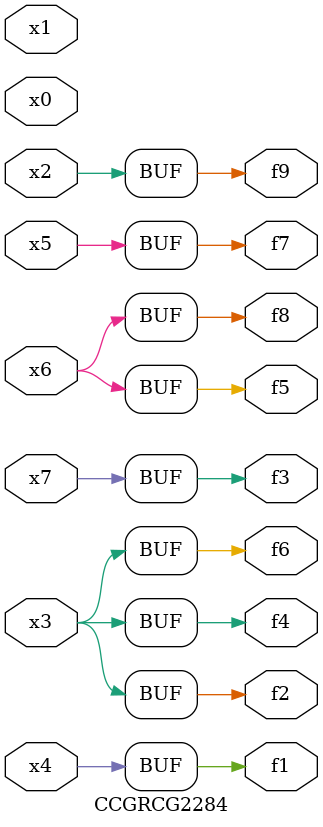
<source format=v>
module CCGRCG2284(
	input x0, x1, x2, x3, x4, x5, x6, x7,
	output f1, f2, f3, f4, f5, f6, f7, f8, f9
);
	assign f1 = x4;
	assign f2 = x3;
	assign f3 = x7;
	assign f4 = x3;
	assign f5 = x6;
	assign f6 = x3;
	assign f7 = x5;
	assign f8 = x6;
	assign f9 = x2;
endmodule

</source>
